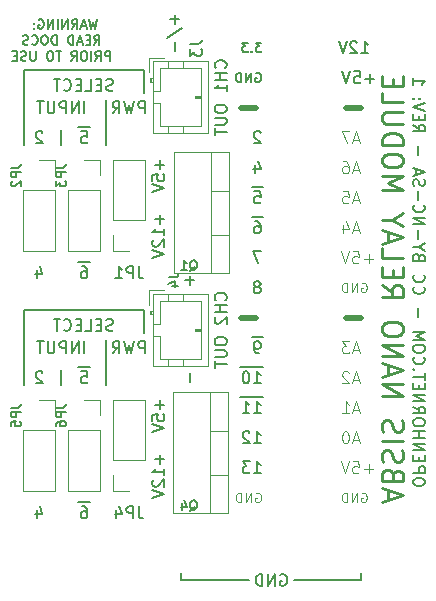
<source format=gbr>
G04 #@! TF.GenerationSoftware,KiCad,Pcbnew,(5.1.9)-1*
G04 #@! TF.CreationDate,2021-11-12T16:09:24-07:00*
G04 #@! TF.ProjectId,ABSIS_Nano_Relay_Module,41425349-535f-44e6-916e-6f5f52656c61,1*
G04 #@! TF.SameCoordinates,Original*
G04 #@! TF.FileFunction,Legend,Bot*
G04 #@! TF.FilePolarity,Positive*
%FSLAX46Y46*%
G04 Gerber Fmt 4.6, Leading zero omitted, Abs format (unit mm)*
G04 Created by KiCad (PCBNEW (5.1.9)-1) date 2021-11-12 16:09:24*
%MOMM*%
%LPD*%
G01*
G04 APERTURE LIST*
%ADD10C,0.150000*%
%ADD11C,0.200000*%
%ADD12C,0.500000*%
%ADD13C,0.125000*%
%ADD14C,0.250000*%
%ADD15C,0.120000*%
G04 APERTURE END LIST*
D10*
X129729523Y-65986904D02*
X129539047Y-66786904D01*
X129386666Y-66215476D01*
X129234285Y-66786904D01*
X129043809Y-65986904D01*
X128777142Y-66558333D02*
X128396190Y-66558333D01*
X128853333Y-66786904D02*
X128586666Y-65986904D01*
X128320000Y-66786904D01*
X127596190Y-66786904D02*
X127862857Y-66405952D01*
X128053333Y-66786904D02*
X128053333Y-65986904D01*
X127748571Y-65986904D01*
X127672380Y-66025000D01*
X127634285Y-66063095D01*
X127596190Y-66139285D01*
X127596190Y-66253571D01*
X127634285Y-66329761D01*
X127672380Y-66367857D01*
X127748571Y-66405952D01*
X128053333Y-66405952D01*
X127253333Y-66786904D02*
X127253333Y-65986904D01*
X126796190Y-66786904D01*
X126796190Y-65986904D01*
X126415238Y-66786904D02*
X126415238Y-65986904D01*
X126034285Y-66786904D02*
X126034285Y-65986904D01*
X125577142Y-66786904D01*
X125577142Y-65986904D01*
X124777142Y-66025000D02*
X124853333Y-65986904D01*
X124967619Y-65986904D01*
X125081904Y-66025000D01*
X125158095Y-66101190D01*
X125196190Y-66177380D01*
X125234285Y-66329761D01*
X125234285Y-66444047D01*
X125196190Y-66596428D01*
X125158095Y-66672619D01*
X125081904Y-66748809D01*
X124967619Y-66786904D01*
X124891428Y-66786904D01*
X124777142Y-66748809D01*
X124739047Y-66710714D01*
X124739047Y-66444047D01*
X124891428Y-66444047D01*
X124396190Y-66710714D02*
X124358095Y-66748809D01*
X124396190Y-66786904D01*
X124434285Y-66748809D01*
X124396190Y-66710714D01*
X124396190Y-66786904D01*
X124396190Y-66291666D02*
X124358095Y-66329761D01*
X124396190Y-66367857D01*
X124434285Y-66329761D01*
X124396190Y-66291666D01*
X124396190Y-66367857D01*
X129481904Y-68136904D02*
X129748571Y-67755952D01*
X129939047Y-68136904D02*
X129939047Y-67336904D01*
X129634285Y-67336904D01*
X129558095Y-67375000D01*
X129520000Y-67413095D01*
X129481904Y-67489285D01*
X129481904Y-67603571D01*
X129520000Y-67679761D01*
X129558095Y-67717857D01*
X129634285Y-67755952D01*
X129939047Y-67755952D01*
X129139047Y-67717857D02*
X128872380Y-67717857D01*
X128758095Y-68136904D02*
X129139047Y-68136904D01*
X129139047Y-67336904D01*
X128758095Y-67336904D01*
X128453333Y-67908333D02*
X128072380Y-67908333D01*
X128529523Y-68136904D02*
X128262857Y-67336904D01*
X127996190Y-68136904D01*
X127729523Y-68136904D02*
X127729523Y-67336904D01*
X127539047Y-67336904D01*
X127424761Y-67375000D01*
X127348571Y-67451190D01*
X127310476Y-67527380D01*
X127272380Y-67679761D01*
X127272380Y-67794047D01*
X127310476Y-67946428D01*
X127348571Y-68022619D01*
X127424761Y-68098809D01*
X127539047Y-68136904D01*
X127729523Y-68136904D01*
X126320000Y-68136904D02*
X126320000Y-67336904D01*
X126129523Y-67336904D01*
X126015238Y-67375000D01*
X125939047Y-67451190D01*
X125900952Y-67527380D01*
X125862857Y-67679761D01*
X125862857Y-67794047D01*
X125900952Y-67946428D01*
X125939047Y-68022619D01*
X126015238Y-68098809D01*
X126129523Y-68136904D01*
X126320000Y-68136904D01*
X125367619Y-67336904D02*
X125215238Y-67336904D01*
X125139047Y-67375000D01*
X125062857Y-67451190D01*
X125024761Y-67603571D01*
X125024761Y-67870238D01*
X125062857Y-68022619D01*
X125139047Y-68098809D01*
X125215238Y-68136904D01*
X125367619Y-68136904D01*
X125443809Y-68098809D01*
X125520000Y-68022619D01*
X125558095Y-67870238D01*
X125558095Y-67603571D01*
X125520000Y-67451190D01*
X125443809Y-67375000D01*
X125367619Y-67336904D01*
X124224761Y-68060714D02*
X124262857Y-68098809D01*
X124377142Y-68136904D01*
X124453333Y-68136904D01*
X124567619Y-68098809D01*
X124643809Y-68022619D01*
X124681904Y-67946428D01*
X124720000Y-67794047D01*
X124720000Y-67679761D01*
X124681904Y-67527380D01*
X124643809Y-67451190D01*
X124567619Y-67375000D01*
X124453333Y-67336904D01*
X124377142Y-67336904D01*
X124262857Y-67375000D01*
X124224761Y-67413095D01*
X123920000Y-68098809D02*
X123805714Y-68136904D01*
X123615238Y-68136904D01*
X123539047Y-68098809D01*
X123500952Y-68060714D01*
X123462857Y-67984523D01*
X123462857Y-67908333D01*
X123500952Y-67832142D01*
X123539047Y-67794047D01*
X123615238Y-67755952D01*
X123767619Y-67717857D01*
X123843809Y-67679761D01*
X123881904Y-67641666D01*
X123920000Y-67565476D01*
X123920000Y-67489285D01*
X123881904Y-67413095D01*
X123843809Y-67375000D01*
X123767619Y-67336904D01*
X123577142Y-67336904D01*
X123462857Y-67375000D01*
X130834285Y-69486904D02*
X130834285Y-68686904D01*
X130529523Y-68686904D01*
X130453333Y-68725000D01*
X130415238Y-68763095D01*
X130377142Y-68839285D01*
X130377142Y-68953571D01*
X130415238Y-69029761D01*
X130453333Y-69067857D01*
X130529523Y-69105952D01*
X130834285Y-69105952D01*
X129577142Y-69486904D02*
X129843809Y-69105952D01*
X130034285Y-69486904D02*
X130034285Y-68686904D01*
X129729523Y-68686904D01*
X129653333Y-68725000D01*
X129615238Y-68763095D01*
X129577142Y-68839285D01*
X129577142Y-68953571D01*
X129615238Y-69029761D01*
X129653333Y-69067857D01*
X129729523Y-69105952D01*
X130034285Y-69105952D01*
X129234285Y-69486904D02*
X129234285Y-68686904D01*
X128700952Y-68686904D02*
X128548571Y-68686904D01*
X128472380Y-68725000D01*
X128396190Y-68801190D01*
X128358095Y-68953571D01*
X128358095Y-69220238D01*
X128396190Y-69372619D01*
X128472380Y-69448809D01*
X128548571Y-69486904D01*
X128700952Y-69486904D01*
X128777142Y-69448809D01*
X128853333Y-69372619D01*
X128891428Y-69220238D01*
X128891428Y-68953571D01*
X128853333Y-68801190D01*
X128777142Y-68725000D01*
X128700952Y-68686904D01*
X127558095Y-69486904D02*
X127824761Y-69105952D01*
X128015238Y-69486904D02*
X128015238Y-68686904D01*
X127710476Y-68686904D01*
X127634285Y-68725000D01*
X127596190Y-68763095D01*
X127558095Y-68839285D01*
X127558095Y-68953571D01*
X127596190Y-69029761D01*
X127634285Y-69067857D01*
X127710476Y-69105952D01*
X128015238Y-69105952D01*
X126720000Y-68686904D02*
X126262857Y-68686904D01*
X126491428Y-69486904D02*
X126491428Y-68686904D01*
X125843809Y-68686904D02*
X125691428Y-68686904D01*
X125615238Y-68725000D01*
X125539047Y-68801190D01*
X125500952Y-68953571D01*
X125500952Y-69220238D01*
X125539047Y-69372619D01*
X125615238Y-69448809D01*
X125691428Y-69486904D01*
X125843809Y-69486904D01*
X125920000Y-69448809D01*
X125996190Y-69372619D01*
X126034285Y-69220238D01*
X126034285Y-68953571D01*
X125996190Y-68801190D01*
X125920000Y-68725000D01*
X125843809Y-68686904D01*
X124548571Y-68686904D02*
X124548571Y-69334523D01*
X124510476Y-69410714D01*
X124472380Y-69448809D01*
X124396190Y-69486904D01*
X124243809Y-69486904D01*
X124167619Y-69448809D01*
X124129523Y-69410714D01*
X124091428Y-69334523D01*
X124091428Y-68686904D01*
X123748571Y-69448809D02*
X123634285Y-69486904D01*
X123443809Y-69486904D01*
X123367619Y-69448809D01*
X123329523Y-69410714D01*
X123291428Y-69334523D01*
X123291428Y-69258333D01*
X123329523Y-69182142D01*
X123367619Y-69144047D01*
X123443809Y-69105952D01*
X123596190Y-69067857D01*
X123672380Y-69029761D01*
X123710476Y-68991666D01*
X123748571Y-68915476D01*
X123748571Y-68839285D01*
X123710476Y-68763095D01*
X123672380Y-68725000D01*
X123596190Y-68686904D01*
X123405714Y-68686904D01*
X123291428Y-68725000D01*
X122948571Y-69067857D02*
X122681904Y-69067857D01*
X122567619Y-69486904D02*
X122948571Y-69486904D01*
X122948571Y-68686904D01*
X122567619Y-68686904D01*
D11*
X137586428Y-95969047D02*
X137586428Y-96730952D01*
X137586428Y-87714047D02*
X137586428Y-88475952D01*
X137967380Y-88095000D02*
X137205476Y-88095000D01*
X136316428Y-65616190D02*
X136316428Y-66378095D01*
X136697380Y-65997142D02*
X135935476Y-65997142D01*
X135649761Y-67568571D02*
X136935476Y-66711428D01*
X136316428Y-67901904D02*
X136316428Y-68663809D01*
D10*
X135046428Y-77919285D02*
X135046428Y-78681190D01*
X135427380Y-78300238D02*
X134665476Y-78300238D01*
X134427380Y-79633571D02*
X134427380Y-79157380D01*
X134903571Y-79109761D01*
X134855952Y-79157380D01*
X134808333Y-79252619D01*
X134808333Y-79490714D01*
X134855952Y-79585952D01*
X134903571Y-79633571D01*
X134998809Y-79681190D01*
X135236904Y-79681190D01*
X135332142Y-79633571D01*
X135379761Y-79585952D01*
X135427380Y-79490714D01*
X135427380Y-79252619D01*
X135379761Y-79157380D01*
X135332142Y-79109761D01*
X134427380Y-79966904D02*
X135427380Y-80300238D01*
X134427380Y-80633571D01*
X135046428Y-82523095D02*
X135046428Y-83285000D01*
X135427380Y-82904047D02*
X134665476Y-82904047D01*
X135427380Y-84285000D02*
X135427380Y-83713571D01*
X135427380Y-83999285D02*
X134427380Y-83999285D01*
X134570238Y-83904047D01*
X134665476Y-83808809D01*
X134713095Y-83713571D01*
X134522619Y-84665952D02*
X134475000Y-84713571D01*
X134427380Y-84808809D01*
X134427380Y-85046904D01*
X134475000Y-85142142D01*
X134522619Y-85189761D01*
X134617857Y-85237380D01*
X134713095Y-85237380D01*
X134855952Y-85189761D01*
X135427380Y-84618333D01*
X135427380Y-85237380D01*
X134427380Y-85523095D02*
X135427380Y-85856428D01*
X134427380Y-86189761D01*
X124624523Y-87245714D02*
X124624523Y-87912380D01*
X124862619Y-86864761D02*
X125100714Y-87579047D01*
X124481666Y-87579047D01*
X129101190Y-86545000D02*
X128148809Y-86545000D01*
X128434523Y-86912380D02*
X128625000Y-86912380D01*
X128720238Y-86960000D01*
X128767857Y-87007619D01*
X128863095Y-87150476D01*
X128910714Y-87340952D01*
X128910714Y-87721904D01*
X128863095Y-87817142D01*
X128815476Y-87864761D01*
X128720238Y-87912380D01*
X128529761Y-87912380D01*
X128434523Y-87864761D01*
X128386904Y-87817142D01*
X128339285Y-87721904D01*
X128339285Y-87483809D01*
X128386904Y-87388571D01*
X128434523Y-87340952D01*
X128529761Y-87293333D01*
X128720238Y-87293333D01*
X128815476Y-87340952D01*
X128863095Y-87388571D01*
X128910714Y-87483809D01*
X129101190Y-75115000D02*
X128148809Y-75115000D01*
X128386904Y-75482380D02*
X128863095Y-75482380D01*
X128910714Y-75958571D01*
X128863095Y-75910952D01*
X128767857Y-75863333D01*
X128529761Y-75863333D01*
X128434523Y-75910952D01*
X128386904Y-75958571D01*
X128339285Y-76053809D01*
X128339285Y-76291904D01*
X128386904Y-76387142D01*
X128434523Y-76434761D01*
X128529761Y-76482380D01*
X128767857Y-76482380D01*
X128863095Y-76434761D01*
X128910714Y-76387142D01*
X125100714Y-75577619D02*
X125053095Y-75530000D01*
X124957857Y-75482380D01*
X124719761Y-75482380D01*
X124624523Y-75530000D01*
X124576904Y-75577619D01*
X124529285Y-75672857D01*
X124529285Y-75768095D01*
X124576904Y-75910952D01*
X125148333Y-76482380D01*
X124529285Y-76482380D01*
X133768333Y-73942380D02*
X133768333Y-72942380D01*
X133387380Y-72942380D01*
X133292142Y-72990000D01*
X133244523Y-73037619D01*
X133196904Y-73132857D01*
X133196904Y-73275714D01*
X133244523Y-73370952D01*
X133292142Y-73418571D01*
X133387380Y-73466190D01*
X133768333Y-73466190D01*
X132863571Y-72942380D02*
X132625476Y-73942380D01*
X132435000Y-73228095D01*
X132244523Y-73942380D01*
X132006428Y-72942380D01*
X131054047Y-73942380D02*
X131387380Y-73466190D01*
X131625476Y-73942380D02*
X131625476Y-72942380D01*
X131244523Y-72942380D01*
X131149285Y-72990000D01*
X131101666Y-73037619D01*
X131054047Y-73132857D01*
X131054047Y-73275714D01*
X131101666Y-73370952D01*
X131149285Y-73418571D01*
X131244523Y-73466190D01*
X131625476Y-73466190D01*
X128648571Y-73942380D02*
X128648571Y-72942380D01*
X128172380Y-73942380D02*
X128172380Y-72942380D01*
X127600952Y-73942380D01*
X127600952Y-72942380D01*
X127124761Y-73942380D02*
X127124761Y-72942380D01*
X126743809Y-72942380D01*
X126648571Y-72990000D01*
X126600952Y-73037619D01*
X126553333Y-73132857D01*
X126553333Y-73275714D01*
X126600952Y-73370952D01*
X126648571Y-73418571D01*
X126743809Y-73466190D01*
X127124761Y-73466190D01*
X126124761Y-72942380D02*
X126124761Y-73751904D01*
X126077142Y-73847142D01*
X126029523Y-73894761D01*
X125934285Y-73942380D01*
X125743809Y-73942380D01*
X125648571Y-73894761D01*
X125600952Y-73847142D01*
X125553333Y-73751904D01*
X125553333Y-72942380D01*
X125220000Y-72942380D02*
X124648571Y-72942380D01*
X124934285Y-73942380D02*
X124934285Y-72942380D01*
X131101190Y-71989761D02*
X130958333Y-72037380D01*
X130720238Y-72037380D01*
X130625000Y-71989761D01*
X130577380Y-71942142D01*
X130529761Y-71846904D01*
X130529761Y-71751666D01*
X130577380Y-71656428D01*
X130625000Y-71608809D01*
X130720238Y-71561190D01*
X130910714Y-71513571D01*
X131005952Y-71465952D01*
X131053571Y-71418333D01*
X131101190Y-71323095D01*
X131101190Y-71227857D01*
X131053571Y-71132619D01*
X131005952Y-71085000D01*
X130910714Y-71037380D01*
X130672619Y-71037380D01*
X130529761Y-71085000D01*
X130101190Y-71513571D02*
X129767857Y-71513571D01*
X129625000Y-72037380D02*
X130101190Y-72037380D01*
X130101190Y-71037380D01*
X129625000Y-71037380D01*
X128720238Y-72037380D02*
X129196428Y-72037380D01*
X129196428Y-71037380D01*
X128386904Y-71513571D02*
X128053571Y-71513571D01*
X127910714Y-72037380D02*
X128386904Y-72037380D01*
X128386904Y-71037380D01*
X127910714Y-71037380D01*
X126910714Y-71942142D02*
X126958333Y-71989761D01*
X127101190Y-72037380D01*
X127196428Y-72037380D01*
X127339285Y-71989761D01*
X127434523Y-71894523D01*
X127482142Y-71799285D01*
X127529761Y-71608809D01*
X127529761Y-71465952D01*
X127482142Y-71275476D01*
X127434523Y-71180238D01*
X127339285Y-71085000D01*
X127196428Y-71037380D01*
X127101190Y-71037380D01*
X126958333Y-71085000D01*
X126910714Y-71132619D01*
X126625000Y-71037380D02*
X126053571Y-71037380D01*
X126339285Y-72037380D02*
X126339285Y-71037380D01*
X126720000Y-75395000D02*
X126720000Y-76665000D01*
X131800000Y-70315000D02*
X133705000Y-70315000D01*
X133705000Y-70315000D02*
X133705000Y-72220000D01*
X123545000Y-70315000D02*
X131800000Y-70315000D01*
X130530000Y-75395000D02*
X130530000Y-72855000D01*
X123545000Y-76665000D02*
X123545000Y-70315000D01*
X130530000Y-75395000D02*
X130530000Y-76665000D01*
X136880000Y-113495000D02*
X136880000Y-112860000D01*
X142595000Y-113495000D02*
X136880000Y-113495000D01*
X152120000Y-113495000D02*
X152120000Y-112860000D01*
X146405000Y-113495000D02*
X152120000Y-113495000D01*
X145261904Y-112995000D02*
X145357142Y-112947380D01*
X145500000Y-112947380D01*
X145642857Y-112995000D01*
X145738095Y-113090238D01*
X145785714Y-113185476D01*
X145833333Y-113375952D01*
X145833333Y-113518809D01*
X145785714Y-113709285D01*
X145738095Y-113804523D01*
X145642857Y-113899761D01*
X145500000Y-113947380D01*
X145404761Y-113947380D01*
X145261904Y-113899761D01*
X145214285Y-113852142D01*
X145214285Y-113518809D01*
X145404761Y-113518809D01*
X144785714Y-113947380D02*
X144785714Y-112947380D01*
X144214285Y-113947380D01*
X144214285Y-112947380D01*
X143738095Y-113947380D02*
X143738095Y-112947380D01*
X143500000Y-112947380D01*
X143357142Y-112995000D01*
X143261904Y-113090238D01*
X143214285Y-113185476D01*
X143166666Y-113375952D01*
X143166666Y-113518809D01*
X143214285Y-113709285D01*
X143261904Y-113804523D01*
X143357142Y-113899761D01*
X143500000Y-113947380D01*
X143738095Y-113947380D01*
X130530000Y-95715000D02*
X130530000Y-93175000D01*
X133705000Y-90635000D02*
X133705000Y-92540000D01*
X131800000Y-90635000D02*
X133705000Y-90635000D01*
X130530000Y-95715000D02*
X130530000Y-96985000D01*
X126720000Y-95715000D02*
X126720000Y-96985000D01*
X123545000Y-90635000D02*
X131800000Y-90635000D01*
X123545000Y-96985000D02*
X123545000Y-90635000D01*
X131101190Y-92309761D02*
X130958333Y-92357380D01*
X130720238Y-92357380D01*
X130625000Y-92309761D01*
X130577380Y-92262142D01*
X130529761Y-92166904D01*
X130529761Y-92071666D01*
X130577380Y-91976428D01*
X130625000Y-91928809D01*
X130720238Y-91881190D01*
X130910714Y-91833571D01*
X131005952Y-91785952D01*
X131053571Y-91738333D01*
X131101190Y-91643095D01*
X131101190Y-91547857D01*
X131053571Y-91452619D01*
X131005952Y-91405000D01*
X130910714Y-91357380D01*
X130672619Y-91357380D01*
X130529761Y-91405000D01*
X130101190Y-91833571D02*
X129767857Y-91833571D01*
X129625000Y-92357380D02*
X130101190Y-92357380D01*
X130101190Y-91357380D01*
X129625000Y-91357380D01*
X128720238Y-92357380D02*
X129196428Y-92357380D01*
X129196428Y-91357380D01*
X128386904Y-91833571D02*
X128053571Y-91833571D01*
X127910714Y-92357380D02*
X128386904Y-92357380D01*
X128386904Y-91357380D01*
X127910714Y-91357380D01*
X126910714Y-92262142D02*
X126958333Y-92309761D01*
X127101190Y-92357380D01*
X127196428Y-92357380D01*
X127339285Y-92309761D01*
X127434523Y-92214523D01*
X127482142Y-92119285D01*
X127529761Y-91928809D01*
X127529761Y-91785952D01*
X127482142Y-91595476D01*
X127434523Y-91500238D01*
X127339285Y-91405000D01*
X127196428Y-91357380D01*
X127101190Y-91357380D01*
X126958333Y-91405000D01*
X126910714Y-91452619D01*
X126625000Y-91357380D02*
X126053571Y-91357380D01*
X126339285Y-92357380D02*
X126339285Y-91357380D01*
X133768333Y-94262380D02*
X133768333Y-93262380D01*
X133387380Y-93262380D01*
X133292142Y-93310000D01*
X133244523Y-93357619D01*
X133196904Y-93452857D01*
X133196904Y-93595714D01*
X133244523Y-93690952D01*
X133292142Y-93738571D01*
X133387380Y-93786190D01*
X133768333Y-93786190D01*
X132863571Y-93262380D02*
X132625476Y-94262380D01*
X132435000Y-93548095D01*
X132244523Y-94262380D01*
X132006428Y-93262380D01*
X131054047Y-94262380D02*
X131387380Y-93786190D01*
X131625476Y-94262380D02*
X131625476Y-93262380D01*
X131244523Y-93262380D01*
X131149285Y-93310000D01*
X131101666Y-93357619D01*
X131054047Y-93452857D01*
X131054047Y-93595714D01*
X131101666Y-93690952D01*
X131149285Y-93738571D01*
X131244523Y-93786190D01*
X131625476Y-93786190D01*
X128648571Y-94262380D02*
X128648571Y-93262380D01*
X128172380Y-94262380D02*
X128172380Y-93262380D01*
X127600952Y-94262380D01*
X127600952Y-93262380D01*
X127124761Y-94262380D02*
X127124761Y-93262380D01*
X126743809Y-93262380D01*
X126648571Y-93310000D01*
X126600952Y-93357619D01*
X126553333Y-93452857D01*
X126553333Y-93595714D01*
X126600952Y-93690952D01*
X126648571Y-93738571D01*
X126743809Y-93786190D01*
X127124761Y-93786190D01*
X126124761Y-93262380D02*
X126124761Y-94071904D01*
X126077142Y-94167142D01*
X126029523Y-94214761D01*
X125934285Y-94262380D01*
X125743809Y-94262380D01*
X125648571Y-94214761D01*
X125600952Y-94167142D01*
X125553333Y-94071904D01*
X125553333Y-93262380D01*
X125220000Y-93262380D02*
X124648571Y-93262380D01*
X124934285Y-94262380D02*
X124934285Y-93262380D01*
D12*
X150850000Y-73490000D02*
X152120000Y-73490000D01*
X141960000Y-73490000D02*
X143230000Y-73490000D01*
X141960000Y-91270000D02*
X143230000Y-91270000D01*
X150850000Y-91270000D02*
X152120000Y-91270000D01*
D10*
X135046428Y-102843095D02*
X135046428Y-103605000D01*
X135427380Y-103224047D02*
X134665476Y-103224047D01*
X135427380Y-104605000D02*
X135427380Y-104033571D01*
X135427380Y-104319285D02*
X134427380Y-104319285D01*
X134570238Y-104224047D01*
X134665476Y-104128809D01*
X134713095Y-104033571D01*
X134522619Y-104985952D02*
X134475000Y-105033571D01*
X134427380Y-105128809D01*
X134427380Y-105366904D01*
X134475000Y-105462142D01*
X134522619Y-105509761D01*
X134617857Y-105557380D01*
X134713095Y-105557380D01*
X134855952Y-105509761D01*
X135427380Y-104938333D01*
X135427380Y-105557380D01*
X134427380Y-105843095D02*
X135427380Y-106176428D01*
X134427380Y-106509761D01*
X135046428Y-98239285D02*
X135046428Y-99001190D01*
X135427380Y-98620238D02*
X134665476Y-98620238D01*
X134427380Y-99953571D02*
X134427380Y-99477380D01*
X134903571Y-99429761D01*
X134855952Y-99477380D01*
X134808333Y-99572619D01*
X134808333Y-99810714D01*
X134855952Y-99905952D01*
X134903571Y-99953571D01*
X134998809Y-100001190D01*
X135236904Y-100001190D01*
X135332142Y-99953571D01*
X135379761Y-99905952D01*
X135427380Y-99810714D01*
X135427380Y-99572619D01*
X135379761Y-99477380D01*
X135332142Y-99429761D01*
X134427380Y-100286904D02*
X135427380Y-100620238D01*
X134427380Y-100953571D01*
X129101190Y-95435000D02*
X128148809Y-95435000D01*
X128386904Y-95802380D02*
X128863095Y-95802380D01*
X128910714Y-96278571D01*
X128863095Y-96230952D01*
X128767857Y-96183333D01*
X128529761Y-96183333D01*
X128434523Y-96230952D01*
X128386904Y-96278571D01*
X128339285Y-96373809D01*
X128339285Y-96611904D01*
X128386904Y-96707142D01*
X128434523Y-96754761D01*
X128529761Y-96802380D01*
X128767857Y-96802380D01*
X128863095Y-96754761D01*
X128910714Y-96707142D01*
X129101190Y-106865000D02*
X128148809Y-106865000D01*
X128434523Y-107232380D02*
X128625000Y-107232380D01*
X128720238Y-107280000D01*
X128767857Y-107327619D01*
X128863095Y-107470476D01*
X128910714Y-107660952D01*
X128910714Y-108041904D01*
X128863095Y-108137142D01*
X128815476Y-108184761D01*
X128720238Y-108232380D01*
X128529761Y-108232380D01*
X128434523Y-108184761D01*
X128386904Y-108137142D01*
X128339285Y-108041904D01*
X128339285Y-107803809D01*
X128386904Y-107708571D01*
X128434523Y-107660952D01*
X128529761Y-107613333D01*
X128720238Y-107613333D01*
X128815476Y-107660952D01*
X128863095Y-107708571D01*
X128910714Y-107803809D01*
X124624523Y-107565714D02*
X124624523Y-108232380D01*
X124862619Y-107184761D02*
X125100714Y-107899047D01*
X124481666Y-107899047D01*
X125100714Y-95897619D02*
X125053095Y-95850000D01*
X124957857Y-95802380D01*
X124719761Y-95802380D01*
X124624523Y-95850000D01*
X124576904Y-95897619D01*
X124529285Y-95992857D01*
X124529285Y-96088095D01*
X124576904Y-96230952D01*
X125148333Y-96802380D01*
X124529285Y-96802380D01*
D13*
X143174226Y-106110000D02*
X143250416Y-106071904D01*
X143364702Y-106071904D01*
X143478988Y-106110000D01*
X143555178Y-106186190D01*
X143593273Y-106262380D01*
X143631369Y-106414761D01*
X143631369Y-106529047D01*
X143593273Y-106681428D01*
X143555178Y-106757619D01*
X143478988Y-106833809D01*
X143364702Y-106871904D01*
X143288511Y-106871904D01*
X143174226Y-106833809D01*
X143136130Y-106795714D01*
X143136130Y-106529047D01*
X143288511Y-106529047D01*
X142793273Y-106871904D02*
X142793273Y-106071904D01*
X142336130Y-106871904D01*
X142336130Y-106071904D01*
X141955178Y-106871904D02*
X141955178Y-106071904D01*
X141764702Y-106071904D01*
X141650416Y-106110000D01*
X141574226Y-106186190D01*
X141536130Y-106262380D01*
X141498035Y-106414761D01*
X141498035Y-106529047D01*
X141536130Y-106681428D01*
X141574226Y-106757619D01*
X141650416Y-106833809D01*
X141764702Y-106871904D01*
X141955178Y-106871904D01*
X152124821Y-106110000D02*
X152201011Y-106071904D01*
X152315297Y-106071904D01*
X152429583Y-106110000D01*
X152505773Y-106186190D01*
X152543869Y-106262380D01*
X152581964Y-106414761D01*
X152581964Y-106529047D01*
X152543869Y-106681428D01*
X152505773Y-106757619D01*
X152429583Y-106833809D01*
X152315297Y-106871904D01*
X152239107Y-106871904D01*
X152124821Y-106833809D01*
X152086726Y-106795714D01*
X152086726Y-106529047D01*
X152239107Y-106529047D01*
X151743869Y-106871904D02*
X151743869Y-106071904D01*
X151286726Y-106871904D01*
X151286726Y-106071904D01*
X150905773Y-106871904D02*
X150905773Y-106071904D01*
X150715297Y-106071904D01*
X150601011Y-106110000D01*
X150524821Y-106186190D01*
X150486726Y-106262380D01*
X150448630Y-106414761D01*
X150448630Y-106529047D01*
X150486726Y-106681428D01*
X150524821Y-106757619D01*
X150601011Y-106833809D01*
X150715297Y-106871904D01*
X150905773Y-106871904D01*
X153105773Y-104041428D02*
X152343869Y-104041428D01*
X152724821Y-104422380D02*
X152724821Y-103660476D01*
X151391488Y-103422380D02*
X151867678Y-103422380D01*
X151915297Y-103898571D01*
X151867678Y-103850952D01*
X151772440Y-103803333D01*
X151534345Y-103803333D01*
X151439107Y-103850952D01*
X151391488Y-103898571D01*
X151343869Y-103993809D01*
X151343869Y-104231904D01*
X151391488Y-104327142D01*
X151439107Y-104374761D01*
X151534345Y-104422380D01*
X151772440Y-104422380D01*
X151867678Y-104374761D01*
X151915297Y-104327142D01*
X151058154Y-103422380D02*
X150724821Y-104422380D01*
X150391488Y-103422380D01*
D14*
X154368333Y-106688333D02*
X154368333Y-105855000D01*
X153868333Y-106855000D02*
X155618333Y-106271666D01*
X153868333Y-105688333D01*
X154785000Y-104521666D02*
X154701666Y-104271666D01*
X154618333Y-104188333D01*
X154451666Y-104105000D01*
X154201666Y-104105000D01*
X154035000Y-104188333D01*
X153951666Y-104271666D01*
X153868333Y-104438333D01*
X153868333Y-105105000D01*
X155618333Y-105105000D01*
X155618333Y-104521666D01*
X155535000Y-104355000D01*
X155451666Y-104271666D01*
X155285000Y-104188333D01*
X155118333Y-104188333D01*
X154951666Y-104271666D01*
X154868333Y-104355000D01*
X154785000Y-104521666D01*
X154785000Y-105105000D01*
X153951666Y-103438333D02*
X153868333Y-103188333D01*
X153868333Y-102771666D01*
X153951666Y-102605000D01*
X154035000Y-102521666D01*
X154201666Y-102438333D01*
X154368333Y-102438333D01*
X154535000Y-102521666D01*
X154618333Y-102605000D01*
X154701666Y-102771666D01*
X154785000Y-103105000D01*
X154868333Y-103271666D01*
X154951666Y-103355000D01*
X155118333Y-103438333D01*
X155285000Y-103438333D01*
X155451666Y-103355000D01*
X155535000Y-103271666D01*
X155618333Y-103105000D01*
X155618333Y-102688333D01*
X155535000Y-102438333D01*
X153868333Y-101688333D02*
X155618333Y-101688333D01*
X153951666Y-100938333D02*
X153868333Y-100688333D01*
X153868333Y-100271666D01*
X153951666Y-100105000D01*
X154035000Y-100021666D01*
X154201666Y-99938333D01*
X154368333Y-99938333D01*
X154535000Y-100021666D01*
X154618333Y-100105000D01*
X154701666Y-100271666D01*
X154785000Y-100605000D01*
X154868333Y-100771666D01*
X154951666Y-100855000D01*
X155118333Y-100938333D01*
X155285000Y-100938333D01*
X155451666Y-100855000D01*
X155535000Y-100771666D01*
X155618333Y-100605000D01*
X155618333Y-100188333D01*
X155535000Y-99938333D01*
X153868333Y-97855000D02*
X155618333Y-97855000D01*
X153868333Y-96855000D01*
X155618333Y-96855000D01*
X154368333Y-96105000D02*
X154368333Y-95271666D01*
X153868333Y-96271666D02*
X155618333Y-95688333D01*
X153868333Y-95105000D01*
X153868333Y-94521666D02*
X155618333Y-94521666D01*
X153868333Y-93521666D01*
X155618333Y-93521666D01*
X155618333Y-92355000D02*
X155618333Y-92021666D01*
X155535000Y-91855000D01*
X155368333Y-91688333D01*
X155035000Y-91605000D01*
X154451666Y-91605000D01*
X154118333Y-91688333D01*
X153951666Y-91855000D01*
X153868333Y-92021666D01*
X153868333Y-92355000D01*
X153951666Y-92521666D01*
X154118333Y-92688333D01*
X154451666Y-92771666D01*
X155035000Y-92771666D01*
X155368333Y-92688333D01*
X155535000Y-92521666D01*
X155618333Y-92355000D01*
X153868333Y-88521666D02*
X154701666Y-89105000D01*
X153868333Y-89521666D02*
X155618333Y-89521666D01*
X155618333Y-88855000D01*
X155535000Y-88688333D01*
X155451666Y-88605000D01*
X155285000Y-88521666D01*
X155035000Y-88521666D01*
X154868333Y-88605000D01*
X154785000Y-88688333D01*
X154701666Y-88855000D01*
X154701666Y-89521666D01*
X154785000Y-87771666D02*
X154785000Y-87188333D01*
X153868333Y-86938333D02*
X153868333Y-87771666D01*
X155618333Y-87771666D01*
X155618333Y-86938333D01*
X153868333Y-85355000D02*
X153868333Y-86188333D01*
X155618333Y-86188333D01*
X154368333Y-84855000D02*
X154368333Y-84021666D01*
X153868333Y-85021666D02*
X155618333Y-84438333D01*
X153868333Y-83855000D01*
X154701666Y-82938333D02*
X153868333Y-82938333D01*
X155618333Y-83521666D02*
X154701666Y-82938333D01*
X155618333Y-82355000D01*
X153868333Y-80438333D02*
X155618333Y-80438333D01*
X154368333Y-79855000D01*
X155618333Y-79271666D01*
X153868333Y-79271666D01*
X155618333Y-78105000D02*
X155618333Y-77771666D01*
X155535000Y-77605000D01*
X155368333Y-77438333D01*
X155035000Y-77355000D01*
X154451666Y-77355000D01*
X154118333Y-77438333D01*
X153951666Y-77605000D01*
X153868333Y-77771666D01*
X153868333Y-78105000D01*
X153951666Y-78271666D01*
X154118333Y-78438333D01*
X154451666Y-78521666D01*
X155035000Y-78521666D01*
X155368333Y-78438333D01*
X155535000Y-78271666D01*
X155618333Y-78105000D01*
X153868333Y-76605000D02*
X155618333Y-76605000D01*
X155618333Y-76188333D01*
X155535000Y-75938333D01*
X155368333Y-75771666D01*
X155201666Y-75688333D01*
X154868333Y-75605000D01*
X154618333Y-75605000D01*
X154285000Y-75688333D01*
X154118333Y-75771666D01*
X153951666Y-75938333D01*
X153868333Y-76188333D01*
X153868333Y-76605000D01*
X155618333Y-74855000D02*
X154201666Y-74855000D01*
X154035000Y-74771666D01*
X153951666Y-74688333D01*
X153868333Y-74521666D01*
X153868333Y-74188333D01*
X153951666Y-74021666D01*
X154035000Y-73938333D01*
X154201666Y-73855000D01*
X155618333Y-73855000D01*
X153868333Y-72188333D02*
X153868333Y-73021666D01*
X155618333Y-73021666D01*
X154785000Y-71605000D02*
X154785000Y-71021666D01*
X153868333Y-70771666D02*
X153868333Y-71605000D01*
X155618333Y-71605000D01*
X155618333Y-70771666D01*
D10*
X157493619Y-105245809D02*
X157493619Y-105055333D01*
X157446000Y-104960095D01*
X157350761Y-104864857D01*
X157160285Y-104817238D01*
X156826952Y-104817238D01*
X156636476Y-104864857D01*
X156541238Y-104960095D01*
X156493619Y-105055333D01*
X156493619Y-105245809D01*
X156541238Y-105341047D01*
X156636476Y-105436285D01*
X156826952Y-105483904D01*
X157160285Y-105483904D01*
X157350761Y-105436285D01*
X157446000Y-105341047D01*
X157493619Y-105245809D01*
X156493619Y-104388666D02*
X157493619Y-104388666D01*
X157493619Y-104007714D01*
X157446000Y-103912476D01*
X157398380Y-103864857D01*
X157303142Y-103817238D01*
X157160285Y-103817238D01*
X157065047Y-103864857D01*
X157017428Y-103912476D01*
X156969809Y-104007714D01*
X156969809Y-104388666D01*
X157017428Y-103388666D02*
X157017428Y-103055333D01*
X156493619Y-102912476D02*
X156493619Y-103388666D01*
X157493619Y-103388666D01*
X157493619Y-102912476D01*
X156493619Y-102483904D02*
X157493619Y-102483904D01*
X156493619Y-101912476D01*
X157493619Y-101912476D01*
X156493619Y-101436285D02*
X157493619Y-101436285D01*
X157017428Y-101436285D02*
X157017428Y-100864857D01*
X156493619Y-100864857D02*
X157493619Y-100864857D01*
X157493619Y-100198190D02*
X157493619Y-100007714D01*
X157446000Y-99912476D01*
X157350761Y-99817238D01*
X157160285Y-99769619D01*
X156826952Y-99769619D01*
X156636476Y-99817238D01*
X156541238Y-99912476D01*
X156493619Y-100007714D01*
X156493619Y-100198190D01*
X156541238Y-100293428D01*
X156636476Y-100388666D01*
X156826952Y-100436285D01*
X157160285Y-100436285D01*
X157350761Y-100388666D01*
X157446000Y-100293428D01*
X157493619Y-100198190D01*
X156493619Y-98769619D02*
X156969809Y-99102952D01*
X156493619Y-99341047D02*
X157493619Y-99341047D01*
X157493619Y-98960095D01*
X157446000Y-98864857D01*
X157398380Y-98817238D01*
X157303142Y-98769619D01*
X157160285Y-98769619D01*
X157065047Y-98817238D01*
X157017428Y-98864857D01*
X156969809Y-98960095D01*
X156969809Y-99341047D01*
X156493619Y-98341047D02*
X157493619Y-98341047D01*
X156493619Y-97769619D01*
X157493619Y-97769619D01*
X157017428Y-97293428D02*
X157017428Y-96960095D01*
X156493619Y-96817238D02*
X156493619Y-97293428D01*
X157493619Y-97293428D01*
X157493619Y-96817238D01*
X157493619Y-96531523D02*
X157493619Y-95960095D01*
X156493619Y-96245809D02*
X157493619Y-96245809D01*
X156588857Y-95626761D02*
X156541238Y-95579142D01*
X156493619Y-95626761D01*
X156541238Y-95674380D01*
X156588857Y-95626761D01*
X156493619Y-95626761D01*
X156588857Y-94579142D02*
X156541238Y-94626761D01*
X156493619Y-94769619D01*
X156493619Y-94864857D01*
X156541238Y-95007714D01*
X156636476Y-95102952D01*
X156731714Y-95150571D01*
X156922190Y-95198190D01*
X157065047Y-95198190D01*
X157255523Y-95150571D01*
X157350761Y-95102952D01*
X157446000Y-95007714D01*
X157493619Y-94864857D01*
X157493619Y-94769619D01*
X157446000Y-94626761D01*
X157398380Y-94579142D01*
X157493619Y-93960095D02*
X157493619Y-93769619D01*
X157446000Y-93674380D01*
X157350761Y-93579142D01*
X157160285Y-93531523D01*
X156826952Y-93531523D01*
X156636476Y-93579142D01*
X156541238Y-93674380D01*
X156493619Y-93769619D01*
X156493619Y-93960095D01*
X156541238Y-94055333D01*
X156636476Y-94150571D01*
X156826952Y-94198190D01*
X157160285Y-94198190D01*
X157350761Y-94150571D01*
X157446000Y-94055333D01*
X157493619Y-93960095D01*
X156493619Y-93102952D02*
X157493619Y-93102952D01*
X156779333Y-92769619D01*
X157493619Y-92436285D01*
X156493619Y-92436285D01*
X156874571Y-91198190D02*
X156874571Y-90436285D01*
X156588857Y-88626761D02*
X156541238Y-88674380D01*
X156493619Y-88817238D01*
X156493619Y-88912476D01*
X156541238Y-89055333D01*
X156636476Y-89150571D01*
X156731714Y-89198190D01*
X156922190Y-89245809D01*
X157065047Y-89245809D01*
X157255523Y-89198190D01*
X157350761Y-89150571D01*
X157446000Y-89055333D01*
X157493619Y-88912476D01*
X157493619Y-88817238D01*
X157446000Y-88674380D01*
X157398380Y-88626761D01*
X156588857Y-87626761D02*
X156541238Y-87674380D01*
X156493619Y-87817238D01*
X156493619Y-87912476D01*
X156541238Y-88055333D01*
X156636476Y-88150571D01*
X156731714Y-88198190D01*
X156922190Y-88245809D01*
X157065047Y-88245809D01*
X157255523Y-88198190D01*
X157350761Y-88150571D01*
X157446000Y-88055333D01*
X157493619Y-87912476D01*
X157493619Y-87817238D01*
X157446000Y-87674380D01*
X157398380Y-87626761D01*
X157017428Y-86102952D02*
X156969809Y-85960095D01*
X156922190Y-85912476D01*
X156826952Y-85864857D01*
X156684095Y-85864857D01*
X156588857Y-85912476D01*
X156541238Y-85960095D01*
X156493619Y-86055333D01*
X156493619Y-86436285D01*
X157493619Y-86436285D01*
X157493619Y-86102952D01*
X157446000Y-86007714D01*
X157398380Y-85960095D01*
X157303142Y-85912476D01*
X157207904Y-85912476D01*
X157112666Y-85960095D01*
X157065047Y-86007714D01*
X157017428Y-86102952D01*
X157017428Y-86436285D01*
X156969809Y-85245809D02*
X156493619Y-85245809D01*
X157493619Y-85579142D02*
X156969809Y-85245809D01*
X157493619Y-84912476D01*
X156874571Y-84579142D02*
X156874571Y-83817238D01*
X156493619Y-83341047D02*
X157493619Y-83341047D01*
X156493619Y-82769619D01*
X157493619Y-82769619D01*
X156588857Y-81722000D02*
X156541238Y-81769619D01*
X156493619Y-81912476D01*
X156493619Y-82007714D01*
X156541238Y-82150571D01*
X156636476Y-82245809D01*
X156731714Y-82293428D01*
X156922190Y-82341047D01*
X157065047Y-82341047D01*
X157255523Y-82293428D01*
X157350761Y-82245809D01*
X157446000Y-82150571D01*
X157493619Y-82007714D01*
X157493619Y-81912476D01*
X157446000Y-81769619D01*
X157398380Y-81722000D01*
X156874571Y-81293428D02*
X156874571Y-80531523D01*
X156541238Y-80102952D02*
X156493619Y-79960095D01*
X156493619Y-79722000D01*
X156541238Y-79626761D01*
X156588857Y-79579142D01*
X156684095Y-79531523D01*
X156779333Y-79531523D01*
X156874571Y-79579142D01*
X156922190Y-79626761D01*
X156969809Y-79722000D01*
X157017428Y-79912476D01*
X157065047Y-80007714D01*
X157112666Y-80055333D01*
X157207904Y-80102952D01*
X157303142Y-80102952D01*
X157398380Y-80055333D01*
X157446000Y-80007714D01*
X157493619Y-79912476D01*
X157493619Y-79674380D01*
X157446000Y-79531523D01*
X156779333Y-79150571D02*
X156779333Y-78674380D01*
X156493619Y-79245809D02*
X157493619Y-78912476D01*
X156493619Y-78579142D01*
X156874571Y-77483904D02*
X156874571Y-76722000D01*
X156493619Y-74912476D02*
X156969809Y-75245809D01*
X156493619Y-75483904D02*
X157493619Y-75483904D01*
X157493619Y-75102952D01*
X157446000Y-75007714D01*
X157398380Y-74960095D01*
X157303142Y-74912476D01*
X157160285Y-74912476D01*
X157065047Y-74960095D01*
X157017428Y-75007714D01*
X156969809Y-75102952D01*
X156969809Y-75483904D01*
X157017428Y-74483904D02*
X157017428Y-74150571D01*
X156493619Y-74007714D02*
X156493619Y-74483904D01*
X157493619Y-74483904D01*
X157493619Y-74007714D01*
X157493619Y-73722000D02*
X156493619Y-73388666D01*
X157493619Y-73055333D01*
X156588857Y-72722000D02*
X156541238Y-72674380D01*
X156493619Y-72722000D01*
X156541238Y-72769619D01*
X156588857Y-72722000D01*
X156493619Y-72722000D01*
X157112666Y-72722000D02*
X157065047Y-72674380D01*
X157017428Y-72722000D01*
X157065047Y-72769619D01*
X157112666Y-72722000D01*
X157017428Y-72722000D01*
X156493619Y-70960095D02*
X156493619Y-71531523D01*
X156493619Y-71245809D02*
X157493619Y-71245809D01*
X157350761Y-71341047D01*
X157255523Y-71436285D01*
X157207904Y-71531523D01*
X143653214Y-67971904D02*
X143157976Y-67971904D01*
X143424642Y-68276666D01*
X143310357Y-68276666D01*
X143234166Y-68314761D01*
X143196071Y-68352857D01*
X143157976Y-68429047D01*
X143157976Y-68619523D01*
X143196071Y-68695714D01*
X143234166Y-68733809D01*
X143310357Y-68771904D01*
X143538928Y-68771904D01*
X143615119Y-68733809D01*
X143653214Y-68695714D01*
X142815119Y-68695714D02*
X142777023Y-68733809D01*
X142815119Y-68771904D01*
X142853214Y-68733809D01*
X142815119Y-68695714D01*
X142815119Y-68771904D01*
X142510357Y-67971904D02*
X142015119Y-67971904D01*
X142281785Y-68276666D01*
X142167500Y-68276666D01*
X142091309Y-68314761D01*
X142053214Y-68352857D01*
X142015119Y-68429047D01*
X142015119Y-68619523D01*
X142053214Y-68695714D01*
X142091309Y-68733809D01*
X142167500Y-68771904D01*
X142396071Y-68771904D01*
X142472261Y-68733809D01*
X142510357Y-68695714D01*
X143157976Y-70550000D02*
X143234166Y-70511904D01*
X143348452Y-70511904D01*
X143462738Y-70550000D01*
X143538928Y-70626190D01*
X143577023Y-70702380D01*
X143615119Y-70854761D01*
X143615119Y-70969047D01*
X143577023Y-71121428D01*
X143538928Y-71197619D01*
X143462738Y-71273809D01*
X143348452Y-71311904D01*
X143272261Y-71311904D01*
X143157976Y-71273809D01*
X143119880Y-71235714D01*
X143119880Y-70969047D01*
X143272261Y-70969047D01*
X142777023Y-71311904D02*
X142777023Y-70511904D01*
X142319880Y-71311904D01*
X142319880Y-70511904D01*
X141938928Y-71311904D02*
X141938928Y-70511904D01*
X141748452Y-70511904D01*
X141634166Y-70550000D01*
X141557976Y-70626190D01*
X141519880Y-70702380D01*
X141481785Y-70854761D01*
X141481785Y-70969047D01*
X141519880Y-71121428D01*
X141557976Y-71197619D01*
X141634166Y-71273809D01*
X141748452Y-71311904D01*
X141938928Y-71311904D01*
X153217023Y-71021428D02*
X152455119Y-71021428D01*
X152836071Y-71402380D02*
X152836071Y-70640476D01*
X151502738Y-70402380D02*
X151978928Y-70402380D01*
X152026547Y-70878571D01*
X151978928Y-70830952D01*
X151883690Y-70783333D01*
X151645595Y-70783333D01*
X151550357Y-70830952D01*
X151502738Y-70878571D01*
X151455119Y-70973809D01*
X151455119Y-71211904D01*
X151502738Y-71307142D01*
X151550357Y-71354761D01*
X151645595Y-71402380D01*
X151883690Y-71402380D01*
X151978928Y-71354761D01*
X152026547Y-71307142D01*
X151169404Y-70402380D02*
X150836071Y-71402380D01*
X150502738Y-70402380D01*
X152104047Y-68862380D02*
X152675476Y-68862380D01*
X152389761Y-68862380D02*
X152389761Y-67862380D01*
X152485000Y-68005238D01*
X152580238Y-68100476D01*
X152675476Y-68148095D01*
X151723095Y-67957619D02*
X151675476Y-67910000D01*
X151580238Y-67862380D01*
X151342142Y-67862380D01*
X151246904Y-67910000D01*
X151199285Y-67957619D01*
X151151666Y-68052857D01*
X151151666Y-68148095D01*
X151199285Y-68290952D01*
X151770714Y-68862380D01*
X151151666Y-68862380D01*
X150865952Y-67862380D02*
X150532619Y-68862380D01*
X150199285Y-67862380D01*
X143386547Y-88610952D02*
X143481785Y-88563333D01*
X143529404Y-88515714D01*
X143577023Y-88420476D01*
X143577023Y-88372857D01*
X143529404Y-88277619D01*
X143481785Y-88230000D01*
X143386547Y-88182380D01*
X143196071Y-88182380D01*
X143100833Y-88230000D01*
X143053214Y-88277619D01*
X143005595Y-88372857D01*
X143005595Y-88420476D01*
X143053214Y-88515714D01*
X143100833Y-88563333D01*
X143196071Y-88610952D01*
X143386547Y-88610952D01*
X143481785Y-88658571D01*
X143529404Y-88706190D01*
X143577023Y-88801428D01*
X143577023Y-88991904D01*
X143529404Y-89087142D01*
X143481785Y-89134761D01*
X143386547Y-89182380D01*
X143196071Y-89182380D01*
X143100833Y-89134761D01*
X143053214Y-89087142D01*
X143005595Y-88991904D01*
X143005595Y-88801428D01*
X143053214Y-88706190D01*
X143100833Y-88658571D01*
X143196071Y-88610952D01*
X143624642Y-85642380D02*
X142957976Y-85642380D01*
X143386547Y-86642380D01*
X143005595Y-104422380D02*
X143577023Y-104422380D01*
X143291309Y-104422380D02*
X143291309Y-103422380D01*
X143386547Y-103565238D01*
X143481785Y-103660476D01*
X143577023Y-103708095D01*
X142672261Y-103422380D02*
X142053214Y-103422380D01*
X142386547Y-103803333D01*
X142243690Y-103803333D01*
X142148452Y-103850952D01*
X142100833Y-103898571D01*
X142053214Y-103993809D01*
X142053214Y-104231904D01*
X142100833Y-104327142D01*
X142148452Y-104374761D01*
X142243690Y-104422380D01*
X142529404Y-104422380D01*
X142624642Y-104374761D01*
X142672261Y-104327142D01*
X143767500Y-82735000D02*
X142815119Y-82735000D01*
X143100833Y-83102380D02*
X143291309Y-83102380D01*
X143386547Y-83150000D01*
X143434166Y-83197619D01*
X143529404Y-83340476D01*
X143577023Y-83530952D01*
X143577023Y-83911904D01*
X143529404Y-84007142D01*
X143481785Y-84054761D01*
X143386547Y-84102380D01*
X143196071Y-84102380D01*
X143100833Y-84054761D01*
X143053214Y-84007142D01*
X143005595Y-83911904D01*
X143005595Y-83673809D01*
X143053214Y-83578571D01*
X143100833Y-83530952D01*
X143196071Y-83483333D01*
X143386547Y-83483333D01*
X143481785Y-83530952D01*
X143529404Y-83578571D01*
X143577023Y-83673809D01*
X143005595Y-101882380D02*
X143577023Y-101882380D01*
X143291309Y-101882380D02*
X143291309Y-100882380D01*
X143386547Y-101025238D01*
X143481785Y-101120476D01*
X143577023Y-101168095D01*
X142624642Y-100977619D02*
X142577023Y-100930000D01*
X142481785Y-100882380D01*
X142243690Y-100882380D01*
X142148452Y-100930000D01*
X142100833Y-100977619D01*
X142053214Y-101072857D01*
X142053214Y-101168095D01*
X142100833Y-101310952D01*
X142672261Y-101882380D01*
X142053214Y-101882380D01*
X143767500Y-80195000D02*
X142815119Y-80195000D01*
X143053214Y-80562380D02*
X143529404Y-80562380D01*
X143577023Y-81038571D01*
X143529404Y-80990952D01*
X143434166Y-80943333D01*
X143196071Y-80943333D01*
X143100833Y-80990952D01*
X143053214Y-81038571D01*
X143005595Y-81133809D01*
X143005595Y-81371904D01*
X143053214Y-81467142D01*
X143100833Y-81514761D01*
X143196071Y-81562380D01*
X143434166Y-81562380D01*
X143529404Y-81514761D01*
X143577023Y-81467142D01*
X143767500Y-97975000D02*
X142815119Y-97975000D01*
X143005595Y-99342380D02*
X143577023Y-99342380D01*
X143291309Y-99342380D02*
X143291309Y-98342380D01*
X143386547Y-98485238D01*
X143481785Y-98580476D01*
X143577023Y-98628095D01*
X142815119Y-97975000D02*
X141862738Y-97975000D01*
X142053214Y-99342380D02*
X142624642Y-99342380D01*
X142338928Y-99342380D02*
X142338928Y-98342380D01*
X142434166Y-98485238D01*
X142529404Y-98580476D01*
X142624642Y-98628095D01*
X143100833Y-78355714D02*
X143100833Y-79022380D01*
X143338928Y-77974761D02*
X143577023Y-78689047D01*
X142957976Y-78689047D01*
X143767500Y-95435000D02*
X142815119Y-95435000D01*
X143005595Y-96802380D02*
X143577023Y-96802380D01*
X143291309Y-96802380D02*
X143291309Y-95802380D01*
X143386547Y-95945238D01*
X143481785Y-96040476D01*
X143577023Y-96088095D01*
X142815119Y-95435000D02*
X141862738Y-95435000D01*
X142386547Y-95802380D02*
X142291309Y-95802380D01*
X142196071Y-95850000D01*
X142148452Y-95897619D01*
X142100833Y-95992857D01*
X142053214Y-96183333D01*
X142053214Y-96421428D01*
X142100833Y-96611904D01*
X142148452Y-96707142D01*
X142196071Y-96754761D01*
X142291309Y-96802380D01*
X142386547Y-96802380D01*
X142481785Y-96754761D01*
X142529404Y-96707142D01*
X142577023Y-96611904D01*
X142624642Y-96421428D01*
X142624642Y-96183333D01*
X142577023Y-95992857D01*
X142529404Y-95897619D01*
X142481785Y-95850000D01*
X142386547Y-95802380D01*
X143577023Y-75577619D02*
X143529404Y-75530000D01*
X143434166Y-75482380D01*
X143196071Y-75482380D01*
X143100833Y-75530000D01*
X143053214Y-75577619D01*
X143005595Y-75672857D01*
X143005595Y-75768095D01*
X143053214Y-75910952D01*
X143624642Y-76482380D01*
X143005595Y-76482380D01*
X143767500Y-92895000D02*
X142815119Y-92895000D01*
X143481785Y-94262380D02*
X143291309Y-94262380D01*
X143196071Y-94214761D01*
X143148452Y-94167142D01*
X143053214Y-94024285D01*
X143005595Y-93833809D01*
X143005595Y-93452857D01*
X143053214Y-93357619D01*
X143100833Y-93310000D01*
X143196071Y-93262380D01*
X143386547Y-93262380D01*
X143481785Y-93310000D01*
X143529404Y-93357619D01*
X143577023Y-93452857D01*
X143577023Y-93690952D01*
X143529404Y-93786190D01*
X143481785Y-93833809D01*
X143386547Y-93881428D01*
X143196071Y-93881428D01*
X143100833Y-93833809D01*
X143053214Y-93786190D01*
X143005595Y-93690952D01*
D13*
X151915297Y-83816666D02*
X151439107Y-83816666D01*
X152010535Y-84102380D02*
X151677202Y-83102380D01*
X151343869Y-84102380D01*
X150581964Y-83435714D02*
X150581964Y-84102380D01*
X150820059Y-83054761D02*
X151058154Y-83769047D01*
X150439107Y-83769047D01*
X151915297Y-101596666D02*
X151439107Y-101596666D01*
X152010535Y-101882380D02*
X151677202Y-100882380D01*
X151343869Y-101882380D01*
X150820059Y-100882380D02*
X150724821Y-100882380D01*
X150629583Y-100930000D01*
X150581964Y-100977619D01*
X150534345Y-101072857D01*
X150486726Y-101263333D01*
X150486726Y-101501428D01*
X150534345Y-101691904D01*
X150581964Y-101787142D01*
X150629583Y-101834761D01*
X150724821Y-101882380D01*
X150820059Y-101882380D01*
X150915297Y-101834761D01*
X150962916Y-101787142D01*
X151010535Y-101691904D01*
X151058154Y-101501428D01*
X151058154Y-101263333D01*
X151010535Y-101072857D01*
X150962916Y-100977619D01*
X150915297Y-100930000D01*
X150820059Y-100882380D01*
X151915297Y-81276666D02*
X151439107Y-81276666D01*
X152010535Y-81562380D02*
X151677202Y-80562380D01*
X151343869Y-81562380D01*
X150534345Y-80562380D02*
X151010535Y-80562380D01*
X151058154Y-81038571D01*
X151010535Y-80990952D01*
X150915297Y-80943333D01*
X150677202Y-80943333D01*
X150581964Y-80990952D01*
X150534345Y-81038571D01*
X150486726Y-81133809D01*
X150486726Y-81371904D01*
X150534345Y-81467142D01*
X150581964Y-81514761D01*
X150677202Y-81562380D01*
X150915297Y-81562380D01*
X151010535Y-81514761D01*
X151058154Y-81467142D01*
X151915297Y-99056666D02*
X151439107Y-99056666D01*
X152010535Y-99342380D02*
X151677202Y-98342380D01*
X151343869Y-99342380D01*
X150486726Y-99342380D02*
X151058154Y-99342380D01*
X150772440Y-99342380D02*
X150772440Y-98342380D01*
X150867678Y-98485238D01*
X150962916Y-98580476D01*
X151058154Y-98628095D01*
X151915297Y-78736666D02*
X151439107Y-78736666D01*
X152010535Y-79022380D02*
X151677202Y-78022380D01*
X151343869Y-79022380D01*
X150581964Y-78022380D02*
X150772440Y-78022380D01*
X150867678Y-78070000D01*
X150915297Y-78117619D01*
X151010535Y-78260476D01*
X151058154Y-78450952D01*
X151058154Y-78831904D01*
X151010535Y-78927142D01*
X150962916Y-78974761D01*
X150867678Y-79022380D01*
X150677202Y-79022380D01*
X150581964Y-78974761D01*
X150534345Y-78927142D01*
X150486726Y-78831904D01*
X150486726Y-78593809D01*
X150534345Y-78498571D01*
X150581964Y-78450952D01*
X150677202Y-78403333D01*
X150867678Y-78403333D01*
X150962916Y-78450952D01*
X151010535Y-78498571D01*
X151058154Y-78593809D01*
X151915297Y-96516666D02*
X151439107Y-96516666D01*
X152010535Y-96802380D02*
X151677202Y-95802380D01*
X151343869Y-96802380D01*
X151058154Y-95897619D02*
X151010535Y-95850000D01*
X150915297Y-95802380D01*
X150677202Y-95802380D01*
X150581964Y-95850000D01*
X150534345Y-95897619D01*
X150486726Y-95992857D01*
X150486726Y-96088095D01*
X150534345Y-96230952D01*
X151105773Y-96802380D01*
X150486726Y-96802380D01*
X151915297Y-76196666D02*
X151439107Y-76196666D01*
X152010535Y-76482380D02*
X151677202Y-75482380D01*
X151343869Y-76482380D01*
X151105773Y-75482380D02*
X150439107Y-75482380D01*
X150867678Y-76482380D01*
X151915297Y-93976666D02*
X151439107Y-93976666D01*
X152010535Y-94262380D02*
X151677202Y-93262380D01*
X151343869Y-94262380D01*
X151105773Y-93262380D02*
X150486726Y-93262380D01*
X150820059Y-93643333D01*
X150677202Y-93643333D01*
X150581964Y-93690952D01*
X150534345Y-93738571D01*
X150486726Y-93833809D01*
X150486726Y-94071904D01*
X150534345Y-94167142D01*
X150581964Y-94214761D01*
X150677202Y-94262380D01*
X150962916Y-94262380D01*
X151058154Y-94214761D01*
X151105773Y-94167142D01*
X152124821Y-88330000D02*
X152201011Y-88291904D01*
X152315297Y-88291904D01*
X152429583Y-88330000D01*
X152505773Y-88406190D01*
X152543869Y-88482380D01*
X152581964Y-88634761D01*
X152581964Y-88749047D01*
X152543869Y-88901428D01*
X152505773Y-88977619D01*
X152429583Y-89053809D01*
X152315297Y-89091904D01*
X152239107Y-89091904D01*
X152124821Y-89053809D01*
X152086726Y-89015714D01*
X152086726Y-88749047D01*
X152239107Y-88749047D01*
X151743869Y-89091904D02*
X151743869Y-88291904D01*
X151286726Y-89091904D01*
X151286726Y-88291904D01*
X150905773Y-89091904D02*
X150905773Y-88291904D01*
X150715297Y-88291904D01*
X150601011Y-88330000D01*
X150524821Y-88406190D01*
X150486726Y-88482380D01*
X150448630Y-88634761D01*
X150448630Y-88749047D01*
X150486726Y-88901428D01*
X150524821Y-88977619D01*
X150601011Y-89053809D01*
X150715297Y-89091904D01*
X150905773Y-89091904D01*
X153105773Y-86261428D02*
X152343869Y-86261428D01*
X152724821Y-86642380D02*
X152724821Y-85880476D01*
X151391488Y-85642380D02*
X151867678Y-85642380D01*
X151915297Y-86118571D01*
X151867678Y-86070952D01*
X151772440Y-86023333D01*
X151534345Y-86023333D01*
X151439107Y-86070952D01*
X151391488Y-86118571D01*
X151343869Y-86213809D01*
X151343869Y-86451904D01*
X151391488Y-86547142D01*
X151439107Y-86594761D01*
X151534345Y-86642380D01*
X151772440Y-86642380D01*
X151867678Y-86594761D01*
X151915297Y-86547142D01*
X151058154Y-85642380D02*
X150724821Y-86642380D01*
X150391488Y-85642380D01*
D15*
X129955000Y-105935000D02*
X127295000Y-105935000D01*
X129955000Y-100795000D02*
X129955000Y-105935000D01*
X127295000Y-100795000D02*
X127295000Y-105935000D01*
X129955000Y-100795000D02*
X127295000Y-100795000D01*
X129955000Y-99525000D02*
X129955000Y-98195000D01*
X129955000Y-98195000D02*
X128625000Y-98195000D01*
X126145000Y-105935000D02*
X123485000Y-105935000D01*
X126145000Y-100795000D02*
X126145000Y-105935000D01*
X123485000Y-100795000D02*
X123485000Y-105935000D01*
X126145000Y-100795000D02*
X123485000Y-100795000D01*
X126145000Y-99525000D02*
X126145000Y-98195000D01*
X126145000Y-98195000D02*
X124815000Y-98195000D01*
X129955000Y-85615000D02*
X127295000Y-85615000D01*
X129955000Y-80475000D02*
X129955000Y-85615000D01*
X127295000Y-80475000D02*
X127295000Y-85615000D01*
X129955000Y-80475000D02*
X127295000Y-80475000D01*
X129955000Y-79205000D02*
X129955000Y-77875000D01*
X129955000Y-77875000D02*
X128625000Y-77875000D01*
X126145000Y-85615000D02*
X123485000Y-85615000D01*
X126145000Y-80475000D02*
X126145000Y-85615000D01*
X123485000Y-80475000D02*
X123485000Y-85615000D01*
X126145000Y-80475000D02*
X123485000Y-80475000D01*
X126145000Y-79205000D02*
X126145000Y-77875000D01*
X126145000Y-77875000D02*
X124815000Y-77875000D01*
X140785000Y-107820000D02*
X140785000Y-97580000D01*
X136144000Y-107820000D02*
X136144000Y-97580000D01*
X140785000Y-107820000D02*
X136144000Y-107820000D01*
X140785000Y-97580000D02*
X136144000Y-97580000D01*
X139275000Y-107820000D02*
X139275000Y-97580000D01*
X140785000Y-104550000D02*
X139275000Y-104550000D01*
X140785000Y-100849000D02*
X139275000Y-100849000D01*
X140912000Y-87500000D02*
X140912000Y-77260000D01*
X136271000Y-87500000D02*
X136271000Y-77260000D01*
X140912000Y-87500000D02*
X136271000Y-87500000D01*
X140912000Y-77260000D02*
X136271000Y-77260000D01*
X139402000Y-87500000D02*
X139402000Y-77260000D01*
X140912000Y-84230000D02*
X139402000Y-84230000D01*
X140912000Y-80529000D02*
X139402000Y-80529000D01*
X131105000Y-98195000D02*
X133765000Y-98195000D01*
X131105000Y-103335000D02*
X131105000Y-98195000D01*
X133765000Y-103335000D02*
X133765000Y-98195000D01*
X131105000Y-103335000D02*
X133765000Y-103335000D01*
X131105000Y-104605000D02*
X131105000Y-105935000D01*
X131105000Y-105935000D02*
X132435000Y-105935000D01*
X131105000Y-77875000D02*
X133765000Y-77875000D01*
X131105000Y-83015000D02*
X131105000Y-77875000D01*
X133765000Y-83015000D02*
X133765000Y-77875000D01*
X131105000Y-83015000D02*
X133765000Y-83015000D01*
X131105000Y-84285000D02*
X131105000Y-85615000D01*
X131105000Y-85615000D02*
X132435000Y-85615000D01*
X134435000Y-89210000D02*
X139155000Y-89210000D01*
X139155000Y-89210000D02*
X139155000Y-95330000D01*
X139155000Y-95330000D02*
X134435000Y-95330000D01*
X134435000Y-95330000D02*
X134435000Y-89210000D01*
X134435000Y-90970000D02*
X134235000Y-90970000D01*
X134235000Y-90970000D02*
X134235000Y-90670000D01*
X134235000Y-90670000D02*
X134435000Y-90670000D01*
X134335000Y-90970000D02*
X134335000Y-90670000D01*
X134435000Y-91770000D02*
X135045000Y-91770000D01*
X135045000Y-91770000D02*
X135045000Y-89820000D01*
X135045000Y-89820000D02*
X138545000Y-89820000D01*
X138545000Y-89820000D02*
X138545000Y-94720000D01*
X138545000Y-94720000D02*
X135045000Y-94720000D01*
X135045000Y-94720000D02*
X135045000Y-92770000D01*
X135045000Y-92770000D02*
X134435000Y-92770000D01*
X135745000Y-89210000D02*
X135745000Y-89820000D01*
X137045000Y-89210000D02*
X137045000Y-89820000D01*
X135745000Y-95330000D02*
X135745000Y-94720000D01*
X137045000Y-95330000D02*
X137045000Y-94720000D01*
X138545000Y-92170000D02*
X138045000Y-92170000D01*
X138045000Y-92170000D02*
X138045000Y-92370000D01*
X138045000Y-92370000D02*
X138545000Y-92370000D01*
X138545000Y-92270000D02*
X138045000Y-92270000D01*
X134135000Y-90160000D02*
X134135000Y-88910000D01*
X134135000Y-88910000D02*
X135385000Y-88910000D01*
X134435000Y-69525000D02*
X139155000Y-69525000D01*
X139155000Y-69525000D02*
X139155000Y-75645000D01*
X139155000Y-75645000D02*
X134435000Y-75645000D01*
X134435000Y-75645000D02*
X134435000Y-69525000D01*
X134435000Y-71285000D02*
X134235000Y-71285000D01*
X134235000Y-71285000D02*
X134235000Y-70985000D01*
X134235000Y-70985000D02*
X134435000Y-70985000D01*
X134335000Y-71285000D02*
X134335000Y-70985000D01*
X134435000Y-72085000D02*
X135045000Y-72085000D01*
X135045000Y-72085000D02*
X135045000Y-70135000D01*
X135045000Y-70135000D02*
X138545000Y-70135000D01*
X138545000Y-70135000D02*
X138545000Y-75035000D01*
X138545000Y-75035000D02*
X135045000Y-75035000D01*
X135045000Y-75035000D02*
X135045000Y-73085000D01*
X135045000Y-73085000D02*
X134435000Y-73085000D01*
X135745000Y-69525000D02*
X135745000Y-70135000D01*
X137045000Y-69525000D02*
X137045000Y-70135000D01*
X135745000Y-75645000D02*
X135745000Y-75035000D01*
X137045000Y-75645000D02*
X137045000Y-75035000D01*
X138545000Y-72485000D02*
X138045000Y-72485000D01*
X138045000Y-72485000D02*
X138045000Y-72685000D01*
X138045000Y-72685000D02*
X138545000Y-72685000D01*
X138545000Y-72585000D02*
X138045000Y-72585000D01*
X134135000Y-70475000D02*
X134135000Y-69225000D01*
X134135000Y-69225000D02*
X135385000Y-69225000D01*
D10*
X126281904Y-98858333D02*
X126853333Y-98858333D01*
X126967619Y-98820238D01*
X127043809Y-98744047D01*
X127081904Y-98629761D01*
X127081904Y-98553571D01*
X127081904Y-99239285D02*
X126281904Y-99239285D01*
X126281904Y-99544047D01*
X126320000Y-99620238D01*
X126358095Y-99658333D01*
X126434285Y-99696428D01*
X126548571Y-99696428D01*
X126624761Y-99658333D01*
X126662857Y-99620238D01*
X126700952Y-99544047D01*
X126700952Y-99239285D01*
X126281904Y-100382142D02*
X126281904Y-100229761D01*
X126320000Y-100153571D01*
X126358095Y-100115476D01*
X126472380Y-100039285D01*
X126624761Y-100001190D01*
X126929523Y-100001190D01*
X127005714Y-100039285D01*
X127043809Y-100077380D01*
X127081904Y-100153571D01*
X127081904Y-100305952D01*
X127043809Y-100382142D01*
X127005714Y-100420238D01*
X126929523Y-100458333D01*
X126739047Y-100458333D01*
X126662857Y-100420238D01*
X126624761Y-100382142D01*
X126586666Y-100305952D01*
X126586666Y-100153571D01*
X126624761Y-100077380D01*
X126662857Y-100039285D01*
X126739047Y-100001190D01*
X122471904Y-98858333D02*
X123043333Y-98858333D01*
X123157619Y-98820238D01*
X123233809Y-98744047D01*
X123271904Y-98629761D01*
X123271904Y-98553571D01*
X123271904Y-99239285D02*
X122471904Y-99239285D01*
X122471904Y-99544047D01*
X122510000Y-99620238D01*
X122548095Y-99658333D01*
X122624285Y-99696428D01*
X122738571Y-99696428D01*
X122814761Y-99658333D01*
X122852857Y-99620238D01*
X122890952Y-99544047D01*
X122890952Y-99239285D01*
X122471904Y-100420238D02*
X122471904Y-100039285D01*
X122852857Y-100001190D01*
X122814761Y-100039285D01*
X122776666Y-100115476D01*
X122776666Y-100305952D01*
X122814761Y-100382142D01*
X122852857Y-100420238D01*
X122929047Y-100458333D01*
X123119523Y-100458333D01*
X123195714Y-100420238D01*
X123233809Y-100382142D01*
X123271904Y-100305952D01*
X123271904Y-100115476D01*
X123233809Y-100039285D01*
X123195714Y-100001190D01*
X126281904Y-78538333D02*
X126853333Y-78538333D01*
X126967619Y-78500238D01*
X127043809Y-78424047D01*
X127081904Y-78309761D01*
X127081904Y-78233571D01*
X127081904Y-78919285D02*
X126281904Y-78919285D01*
X126281904Y-79224047D01*
X126320000Y-79300238D01*
X126358095Y-79338333D01*
X126434285Y-79376428D01*
X126548571Y-79376428D01*
X126624761Y-79338333D01*
X126662857Y-79300238D01*
X126700952Y-79224047D01*
X126700952Y-78919285D01*
X126281904Y-79643095D02*
X126281904Y-80138333D01*
X126586666Y-79871666D01*
X126586666Y-79985952D01*
X126624761Y-80062142D01*
X126662857Y-80100238D01*
X126739047Y-80138333D01*
X126929523Y-80138333D01*
X127005714Y-80100238D01*
X127043809Y-80062142D01*
X127081904Y-79985952D01*
X127081904Y-79757380D01*
X127043809Y-79681190D01*
X127005714Y-79643095D01*
X122471904Y-78538333D02*
X123043333Y-78538333D01*
X123157619Y-78500238D01*
X123233809Y-78424047D01*
X123271904Y-78309761D01*
X123271904Y-78233571D01*
X123271904Y-78919285D02*
X122471904Y-78919285D01*
X122471904Y-79224047D01*
X122510000Y-79300238D01*
X122548095Y-79338333D01*
X122624285Y-79376428D01*
X122738571Y-79376428D01*
X122814761Y-79338333D01*
X122852857Y-79300238D01*
X122890952Y-79224047D01*
X122890952Y-78919285D01*
X122548095Y-79681190D02*
X122510000Y-79719285D01*
X122471904Y-79795476D01*
X122471904Y-79985952D01*
X122510000Y-80062142D01*
X122548095Y-80100238D01*
X122624285Y-80138333D01*
X122700476Y-80138333D01*
X122814761Y-80100238D01*
X123271904Y-79643095D01*
X123271904Y-80138333D01*
X137591190Y-107583095D02*
X137667380Y-107545000D01*
X137743571Y-107468809D01*
X137857857Y-107354523D01*
X137934047Y-107316428D01*
X138010238Y-107316428D01*
X137972142Y-107506904D02*
X138048333Y-107468809D01*
X138124523Y-107392619D01*
X138162619Y-107240238D01*
X138162619Y-106973571D01*
X138124523Y-106821190D01*
X138048333Y-106745000D01*
X137972142Y-106706904D01*
X137819761Y-106706904D01*
X137743571Y-106745000D01*
X137667380Y-106821190D01*
X137629285Y-106973571D01*
X137629285Y-107240238D01*
X137667380Y-107392619D01*
X137743571Y-107468809D01*
X137819761Y-107506904D01*
X137972142Y-107506904D01*
X136943571Y-106973571D02*
X136943571Y-107506904D01*
X137134047Y-106668809D02*
X137324523Y-107240238D01*
X136829285Y-107240238D01*
X137591190Y-87263095D02*
X137667380Y-87225000D01*
X137743571Y-87148809D01*
X137857857Y-87034523D01*
X137934047Y-86996428D01*
X138010238Y-86996428D01*
X137972142Y-87186904D02*
X138048333Y-87148809D01*
X138124523Y-87072619D01*
X138162619Y-86920238D01*
X138162619Y-86653571D01*
X138124523Y-86501190D01*
X138048333Y-86425000D01*
X137972142Y-86386904D01*
X137819761Y-86386904D01*
X137743571Y-86425000D01*
X137667380Y-86501190D01*
X137629285Y-86653571D01*
X137629285Y-86920238D01*
X137667380Y-87072619D01*
X137743571Y-87148809D01*
X137819761Y-87186904D01*
X137972142Y-87186904D01*
X136867380Y-87186904D02*
X137324523Y-87186904D01*
X137095952Y-87186904D02*
X137095952Y-86386904D01*
X137172142Y-86501190D01*
X137248333Y-86577380D01*
X137324523Y-86615476D01*
X133268333Y-107232380D02*
X133268333Y-107946666D01*
X133315952Y-108089523D01*
X133411190Y-108184761D01*
X133554047Y-108232380D01*
X133649285Y-108232380D01*
X132792142Y-108232380D02*
X132792142Y-107232380D01*
X132411190Y-107232380D01*
X132315952Y-107280000D01*
X132268333Y-107327619D01*
X132220714Y-107422857D01*
X132220714Y-107565714D01*
X132268333Y-107660952D01*
X132315952Y-107708571D01*
X132411190Y-107756190D01*
X132792142Y-107756190D01*
X131363571Y-107565714D02*
X131363571Y-108232380D01*
X131601666Y-107184761D02*
X131839761Y-107899047D01*
X131220714Y-107899047D01*
X133268333Y-86912380D02*
X133268333Y-87626666D01*
X133315952Y-87769523D01*
X133411190Y-87864761D01*
X133554047Y-87912380D01*
X133649285Y-87912380D01*
X132792142Y-87912380D02*
X132792142Y-86912380D01*
X132411190Y-86912380D01*
X132315952Y-86960000D01*
X132268333Y-87007619D01*
X132220714Y-87102857D01*
X132220714Y-87245714D01*
X132268333Y-87340952D01*
X132315952Y-87388571D01*
X132411190Y-87436190D01*
X132792142Y-87436190D01*
X131268333Y-87912380D02*
X131839761Y-87912380D01*
X131554047Y-87912380D02*
X131554047Y-86912380D01*
X131649285Y-87055238D01*
X131744523Y-87150476D01*
X131839761Y-87198095D01*
X135806904Y-87828333D02*
X136378333Y-87828333D01*
X136492619Y-87790238D01*
X136568809Y-87714047D01*
X136606904Y-87599761D01*
X136606904Y-87523571D01*
X136073571Y-88552142D02*
X136606904Y-88552142D01*
X135768809Y-88361666D02*
X136340238Y-88171190D01*
X136340238Y-88666428D01*
X140602142Y-89770000D02*
X140649761Y-89722380D01*
X140697380Y-89579523D01*
X140697380Y-89484285D01*
X140649761Y-89341428D01*
X140554523Y-89246190D01*
X140459285Y-89198571D01*
X140268809Y-89150952D01*
X140125952Y-89150952D01*
X139935476Y-89198571D01*
X139840238Y-89246190D01*
X139745000Y-89341428D01*
X139697380Y-89484285D01*
X139697380Y-89579523D01*
X139745000Y-89722380D01*
X139792619Y-89770000D01*
X140697380Y-90198571D02*
X139697380Y-90198571D01*
X140173571Y-90198571D02*
X140173571Y-90770000D01*
X140697380Y-90770000D02*
X139697380Y-90770000D01*
X139792619Y-91198571D02*
X139745000Y-91246190D01*
X139697380Y-91341428D01*
X139697380Y-91579523D01*
X139745000Y-91674761D01*
X139792619Y-91722380D01*
X139887857Y-91770000D01*
X139983095Y-91770000D01*
X140125952Y-91722380D01*
X140697380Y-91150952D01*
X140697380Y-91770000D01*
X139697380Y-93150952D02*
X139697380Y-93341428D01*
X139745000Y-93436666D01*
X139840238Y-93531904D01*
X140030714Y-93579523D01*
X140364047Y-93579523D01*
X140554523Y-93531904D01*
X140649761Y-93436666D01*
X140697380Y-93341428D01*
X140697380Y-93150952D01*
X140649761Y-93055714D01*
X140554523Y-92960476D01*
X140364047Y-92912857D01*
X140030714Y-92912857D01*
X139840238Y-92960476D01*
X139745000Y-93055714D01*
X139697380Y-93150952D01*
X139697380Y-94008095D02*
X140506904Y-94008095D01*
X140602142Y-94055714D01*
X140649761Y-94103333D01*
X140697380Y-94198571D01*
X140697380Y-94389047D01*
X140649761Y-94484285D01*
X140602142Y-94531904D01*
X140506904Y-94579523D01*
X139697380Y-94579523D01*
X139697380Y-94912857D02*
X139697380Y-95484285D01*
X140697380Y-95198571D02*
X139697380Y-95198571D01*
X137602380Y-68076666D02*
X138316666Y-68076666D01*
X138459523Y-68029047D01*
X138554761Y-67933809D01*
X138602380Y-67790952D01*
X138602380Y-67695714D01*
X137602380Y-68457619D02*
X137602380Y-69076666D01*
X137983333Y-68743333D01*
X137983333Y-68886190D01*
X138030952Y-68981428D01*
X138078571Y-69029047D01*
X138173809Y-69076666D01*
X138411904Y-69076666D01*
X138507142Y-69029047D01*
X138554761Y-68981428D01*
X138602380Y-68886190D01*
X138602380Y-68600476D01*
X138554761Y-68505238D01*
X138507142Y-68457619D01*
X140602142Y-70085000D02*
X140649761Y-70037380D01*
X140697380Y-69894523D01*
X140697380Y-69799285D01*
X140649761Y-69656428D01*
X140554523Y-69561190D01*
X140459285Y-69513571D01*
X140268809Y-69465952D01*
X140125952Y-69465952D01*
X139935476Y-69513571D01*
X139840238Y-69561190D01*
X139745000Y-69656428D01*
X139697380Y-69799285D01*
X139697380Y-69894523D01*
X139745000Y-70037380D01*
X139792619Y-70085000D01*
X140697380Y-70513571D02*
X139697380Y-70513571D01*
X140173571Y-70513571D02*
X140173571Y-71085000D01*
X140697380Y-71085000D02*
X139697380Y-71085000D01*
X140697380Y-72085000D02*
X140697380Y-71513571D01*
X140697380Y-71799285D02*
X139697380Y-71799285D01*
X139840238Y-71704047D01*
X139935476Y-71608809D01*
X139983095Y-71513571D01*
X139697380Y-73465952D02*
X139697380Y-73656428D01*
X139745000Y-73751666D01*
X139840238Y-73846904D01*
X140030714Y-73894523D01*
X140364047Y-73894523D01*
X140554523Y-73846904D01*
X140649761Y-73751666D01*
X140697380Y-73656428D01*
X140697380Y-73465952D01*
X140649761Y-73370714D01*
X140554523Y-73275476D01*
X140364047Y-73227857D01*
X140030714Y-73227857D01*
X139840238Y-73275476D01*
X139745000Y-73370714D01*
X139697380Y-73465952D01*
X139697380Y-74323095D02*
X140506904Y-74323095D01*
X140602142Y-74370714D01*
X140649761Y-74418333D01*
X140697380Y-74513571D01*
X140697380Y-74704047D01*
X140649761Y-74799285D01*
X140602142Y-74846904D01*
X140506904Y-74894523D01*
X139697380Y-74894523D01*
X139697380Y-75227857D02*
X139697380Y-75799285D01*
X140697380Y-75513571D02*
X139697380Y-75513571D01*
M02*

</source>
